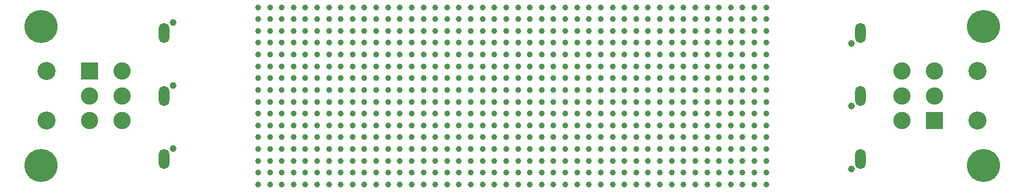
<source format=gbr>
%TF.GenerationSoftware,KiCad,Pcbnew,8.0.2*%
%TF.CreationDate,2024-05-21T15:52:10+02:00*%
%TF.ProjectId,HYDRA_VMM3_Adapter,48594452-415f-4564-9d4d-335f41646170,0*%
%TF.SameCoordinates,Original*%
%TF.FileFunction,Soldermask,Top*%
%TF.FilePolarity,Negative*%
%FSLAX46Y46*%
G04 Gerber Fmt 4.6, Leading zero omitted, Abs format (unit mm)*
G04 Created by KiCad (PCBNEW 8.0.2) date 2024-05-21 15:52:10*
%MOMM*%
%LPD*%
G01*
G04 APERTURE LIST*
G04 Aperture macros list*
%AMRoundRect*
0 Rectangle with rounded corners*
0 $1 Rounding radius*
0 $2 $3 $4 $5 $6 $7 $8 $9 X,Y pos of 4 corners*
0 Add a 4 corners polygon primitive as box body*
4,1,4,$2,$3,$4,$5,$6,$7,$8,$9,$2,$3,0*
0 Add four circle primitives for the rounded corners*
1,1,$1+$1,$2,$3*
1,1,$1+$1,$4,$5*
1,1,$1+$1,$6,$7*
1,1,$1+$1,$8,$9*
0 Add four rect primitives between the rounded corners*
20,1,$1+$1,$2,$3,$4,$5,0*
20,1,$1+$1,$4,$5,$6,$7,0*
20,1,$1+$1,$6,$7,$8,$9,0*
20,1,$1+$1,$8,$9,$2,$3,0*%
G04 Aperture macros list end*
%ADD10C,5.600000*%
%ADD11C,1.000000*%
%ADD12C,1.150000*%
%ADD13O,1.804000X3.404000*%
%ADD14C,3.050000*%
%ADD15RoundRect,0.076200X1.387500X-1.387500X1.387500X1.387500X-1.387500X1.387500X-1.387500X-1.387500X0*%
%ADD16C,2.927400*%
%ADD17RoundRect,0.076200X-1.387500X1.387500X-1.387500X-1.387500X1.387500X-1.387500X1.387500X1.387500X0*%
G04 APERTURE END LIST*
D10*
%TO.C,J10*%
X26925000Y-54520000D03*
%TD*%
%TO.C,J7*%
X26925000Y-78020000D03*
%TD*%
%TO.C,J8*%
X186425000Y-78020000D03*
%TD*%
D11*
%TO.C,U1*%
X63675000Y-51270000D03*
X63675000Y-53270000D03*
X63675000Y-55270000D03*
X63675000Y-57270000D03*
X63675000Y-59270000D03*
X63675000Y-61270000D03*
X63675000Y-63270000D03*
X63675000Y-65270000D03*
X63675000Y-67270000D03*
X63675000Y-69270000D03*
X63675000Y-71270000D03*
X63675000Y-73270000D03*
X63675000Y-75270000D03*
X63675000Y-77270000D03*
X63675000Y-79270000D03*
X63675000Y-81270000D03*
X65675000Y-51270000D03*
X65675000Y-53270000D03*
X65675000Y-55270000D03*
X65675000Y-57270000D03*
X65675000Y-59270000D03*
X65675000Y-61270000D03*
X65675000Y-63270000D03*
X65675000Y-65270000D03*
X65675000Y-67270000D03*
X65675000Y-69270000D03*
X65675000Y-71270000D03*
X65675000Y-73270000D03*
X65675000Y-75270000D03*
X65675000Y-77270000D03*
X65675000Y-79270000D03*
X65675000Y-81270000D03*
X67675000Y-51270000D03*
X67675000Y-53270000D03*
X67675000Y-55270000D03*
X67675000Y-57270000D03*
X67675000Y-59270000D03*
X67675000Y-61270000D03*
X67675000Y-63270000D03*
X67675000Y-65270000D03*
X67675000Y-67270000D03*
X67675000Y-69270000D03*
X67675000Y-71270000D03*
X67675000Y-73270000D03*
X67675000Y-75270000D03*
X67675000Y-77270000D03*
X67675000Y-79270000D03*
X67675000Y-81270000D03*
X69675000Y-51270000D03*
X69675000Y-53270000D03*
X69675000Y-55270000D03*
X69675000Y-57270000D03*
X69675000Y-59270000D03*
X69675000Y-61270000D03*
X69675000Y-63270000D03*
X69675000Y-65270000D03*
X69675000Y-67270000D03*
X69675000Y-69270000D03*
X69675000Y-71270000D03*
X69675000Y-73270000D03*
X69675000Y-75270000D03*
X69675000Y-77270000D03*
X69675000Y-79270000D03*
X69675000Y-81270000D03*
X71675000Y-51270000D03*
X71675000Y-53270000D03*
X71675000Y-55270000D03*
X71675000Y-57270000D03*
X71675000Y-59270000D03*
X71675000Y-61270000D03*
X71675000Y-63270000D03*
X71675000Y-65270000D03*
X71675000Y-67270000D03*
X71675000Y-69270000D03*
X71675000Y-71270000D03*
X71675000Y-73270000D03*
X71675000Y-75270000D03*
X71675000Y-77270000D03*
X71675000Y-79270000D03*
X71675000Y-81270000D03*
X73675000Y-51270000D03*
X73675000Y-53270000D03*
X73675000Y-55270000D03*
X73675000Y-57270000D03*
X73675000Y-59270000D03*
X73675000Y-61270000D03*
X73675000Y-63270000D03*
X73675000Y-65270000D03*
X73675000Y-67270000D03*
X73675000Y-69270000D03*
X73675000Y-71270000D03*
X73675000Y-73270000D03*
X73675000Y-75270000D03*
X73675000Y-77270000D03*
X73675000Y-79270000D03*
X73675000Y-81270000D03*
X75675000Y-51270000D03*
X75675000Y-53270000D03*
X75675000Y-55270000D03*
X75675000Y-57270000D03*
X75675000Y-59270000D03*
X75675000Y-61270000D03*
X75675000Y-63270000D03*
X75675000Y-65270000D03*
X75675000Y-67270000D03*
X75675000Y-69270000D03*
X75675000Y-71270000D03*
X75675000Y-73270000D03*
X75675000Y-75270000D03*
X75675000Y-77270000D03*
X75675000Y-79270000D03*
X75675000Y-81270000D03*
X77675000Y-51270000D03*
X77675000Y-53270000D03*
X77675000Y-55270000D03*
X77675000Y-57270000D03*
X77675000Y-59270000D03*
X77675000Y-61270000D03*
X77675000Y-63270000D03*
X77675000Y-65270000D03*
X77675000Y-67270000D03*
X77675000Y-69270000D03*
X77675000Y-71270000D03*
X77675000Y-73270000D03*
X77675000Y-75270000D03*
X77675000Y-77270000D03*
X77675000Y-79270000D03*
X77675000Y-81270000D03*
X79675000Y-51270000D03*
X79675000Y-53270000D03*
X79675000Y-55270000D03*
X79675000Y-57270000D03*
X79675000Y-59270000D03*
X79675000Y-61270000D03*
X79675000Y-63270000D03*
X79675000Y-65270000D03*
X79675000Y-67270000D03*
X79675000Y-69270000D03*
X79675000Y-71270000D03*
X79675000Y-73270000D03*
X79675000Y-75270000D03*
X79675000Y-77270000D03*
X79675000Y-79270000D03*
X79675000Y-81270000D03*
X81675000Y-51270000D03*
X81675000Y-53270000D03*
X81675000Y-55270000D03*
X81675000Y-57270000D03*
X81675000Y-59270000D03*
X81675000Y-61270000D03*
X81675000Y-63270000D03*
X81675000Y-65270000D03*
X81675000Y-67270000D03*
X81675000Y-69270000D03*
X81675000Y-71270000D03*
X81675000Y-73270000D03*
X81675000Y-75270000D03*
X81675000Y-77270000D03*
X81675000Y-79270000D03*
X81675000Y-81270000D03*
X83675000Y-51270000D03*
X83675000Y-53270000D03*
X83675000Y-55270000D03*
X83675000Y-57270000D03*
X83675000Y-59270000D03*
X83675000Y-61270000D03*
X83675000Y-63270000D03*
X83675000Y-65270000D03*
X83675000Y-67270000D03*
X83675000Y-69270000D03*
X83675000Y-71270000D03*
X83675000Y-73270000D03*
X83675000Y-75270000D03*
X83675000Y-77270000D03*
X83675000Y-79270000D03*
X83675000Y-81270000D03*
X85675000Y-51270000D03*
X85675000Y-53270000D03*
X85675000Y-55270000D03*
X85675000Y-57270000D03*
X85675000Y-59270000D03*
X85675000Y-61270000D03*
X85675000Y-63270000D03*
X85675000Y-65270000D03*
X85675000Y-67270000D03*
X85675000Y-69270000D03*
X85675000Y-71270000D03*
X85675000Y-73270000D03*
X85675000Y-75270000D03*
X85675000Y-77270000D03*
X85675000Y-79270000D03*
X85675000Y-81270000D03*
X87675000Y-51270000D03*
X87675000Y-53270000D03*
X87675000Y-55270000D03*
X87675000Y-57270000D03*
X87675000Y-59270000D03*
X87675000Y-61270000D03*
X87675000Y-63270000D03*
X87675000Y-65270000D03*
X87675000Y-67270000D03*
X87675000Y-69270000D03*
X87675000Y-71270000D03*
X87675000Y-73270000D03*
X87675000Y-75270000D03*
X87675000Y-77270000D03*
X87675000Y-79270000D03*
X87675000Y-81270000D03*
X89675000Y-51270000D03*
X89675000Y-53270000D03*
X89675000Y-55270000D03*
X89675000Y-57270000D03*
X89675000Y-59270000D03*
X89675000Y-61270000D03*
X89675000Y-63270000D03*
X89675000Y-65270000D03*
X89675000Y-67270000D03*
X89675000Y-69270000D03*
X89675000Y-71270000D03*
X89675000Y-73270000D03*
X89675000Y-75270000D03*
X89675000Y-77270000D03*
X89675000Y-79270000D03*
X89675000Y-81270000D03*
X91675000Y-51270000D03*
X91675000Y-53270000D03*
X91675000Y-55270000D03*
X91675000Y-57270000D03*
X91675000Y-59270000D03*
X91675000Y-61270000D03*
X91675000Y-63270000D03*
X91675000Y-65270000D03*
X91675000Y-67270000D03*
X91675000Y-69270000D03*
X91675000Y-71270000D03*
X91675000Y-73270000D03*
X91675000Y-75270000D03*
X91675000Y-77270000D03*
X91675000Y-79270000D03*
X91675000Y-81270000D03*
X93675000Y-51270000D03*
X93675000Y-53270000D03*
X93675000Y-55270000D03*
X93675000Y-57270000D03*
X93675000Y-59270000D03*
X93675000Y-61270000D03*
X93675000Y-63270000D03*
X93675000Y-65270000D03*
X93675000Y-67270000D03*
X93675000Y-69270000D03*
X93675000Y-71270000D03*
X93675000Y-73270000D03*
X93675000Y-75270000D03*
X93675000Y-77270000D03*
X93675000Y-79270000D03*
X93675000Y-81270000D03*
X95675000Y-51270000D03*
X95675000Y-53270000D03*
X95675000Y-55270000D03*
X95675000Y-57270000D03*
X95675000Y-59270000D03*
X95675000Y-61270000D03*
X95675000Y-63270000D03*
X95675000Y-65270000D03*
X95675000Y-67270000D03*
X95675000Y-69270000D03*
X95675000Y-71270000D03*
X95675000Y-73270000D03*
X95675000Y-75270000D03*
X95675000Y-77270000D03*
X95675000Y-79270000D03*
X95675000Y-81270000D03*
X97675000Y-51270000D03*
X97675000Y-53270000D03*
X97675000Y-55270000D03*
X97675000Y-57270000D03*
X97675000Y-59270000D03*
X97675000Y-61270000D03*
X97675000Y-63270000D03*
X97675000Y-65270000D03*
X97675000Y-67270000D03*
X97675000Y-69270000D03*
X97675000Y-71270000D03*
X97675000Y-73270000D03*
X97675000Y-75270000D03*
X97675000Y-77270000D03*
X97675000Y-79270000D03*
X97675000Y-81270000D03*
X99675000Y-51270000D03*
X99675000Y-53270000D03*
X99675000Y-55270000D03*
X99675000Y-57270000D03*
X99675000Y-59270000D03*
X99675000Y-61270000D03*
X99675000Y-63270000D03*
X99675000Y-65270000D03*
X99675000Y-67270000D03*
X99675000Y-69270000D03*
X99675000Y-71270000D03*
X99675000Y-73270000D03*
X99675000Y-75270000D03*
X99675000Y-77270000D03*
X99675000Y-79270000D03*
X99675000Y-81270000D03*
X101675000Y-51270000D03*
X101675000Y-53270000D03*
X101675000Y-55270000D03*
X101675000Y-57270000D03*
X101675000Y-59270000D03*
X101675000Y-61270000D03*
X101675000Y-63270000D03*
X101675000Y-65270000D03*
X101675000Y-67270000D03*
X101675000Y-69270000D03*
X101675000Y-71270000D03*
X101675000Y-73270000D03*
X101675000Y-75270000D03*
X101675000Y-77270000D03*
X101675000Y-79270000D03*
X101675000Y-81270000D03*
X103675000Y-51270000D03*
X103675000Y-53270000D03*
X103675000Y-55270000D03*
X103675000Y-57270000D03*
X103675000Y-59270000D03*
X103675000Y-61270000D03*
X103675000Y-63270000D03*
X103675000Y-65270000D03*
X103675000Y-67270000D03*
X103675000Y-69270000D03*
X103675000Y-71270000D03*
X103675000Y-73270000D03*
X103675000Y-75270000D03*
X103675000Y-77270000D03*
X103675000Y-79270000D03*
X103675000Y-81270000D03*
X105675000Y-51270000D03*
X105675000Y-53270000D03*
X105675000Y-55270000D03*
X105675000Y-57270000D03*
X105675000Y-59270000D03*
X105675000Y-61270000D03*
X105675000Y-63270000D03*
X105675000Y-65270000D03*
X105675000Y-67270000D03*
X105675000Y-69270000D03*
X105675000Y-71270000D03*
X105675000Y-73270000D03*
X105675000Y-75270000D03*
X105675000Y-77270000D03*
X105675000Y-79270000D03*
X105675000Y-81270000D03*
X107675000Y-51270000D03*
X107675000Y-53270000D03*
X107675000Y-55270000D03*
X107675000Y-57270000D03*
X107675000Y-59270000D03*
X107675000Y-61270000D03*
X107675000Y-63270000D03*
X107675000Y-65270000D03*
X107675000Y-67270000D03*
X107675000Y-69270000D03*
X107675000Y-71270000D03*
X107675000Y-73270000D03*
X107675000Y-75270000D03*
X107675000Y-77270000D03*
X107675000Y-79270000D03*
X107675000Y-81270000D03*
X109675000Y-51270000D03*
X109675000Y-53270000D03*
X109675000Y-55270000D03*
X109675000Y-57270000D03*
X109675000Y-59270000D03*
X109675000Y-61270000D03*
X109675000Y-63270000D03*
X109675000Y-65270000D03*
X109675000Y-67270000D03*
X109675000Y-69270000D03*
X109675000Y-71270000D03*
X109675000Y-73270000D03*
X109675000Y-75270000D03*
X109675000Y-77270000D03*
X109675000Y-79270000D03*
X109675000Y-81270000D03*
X111675000Y-51270000D03*
X111675000Y-53270000D03*
X111675000Y-55270000D03*
X111675000Y-57270000D03*
X111675000Y-59270000D03*
X111675000Y-61270000D03*
X111675000Y-63270000D03*
X111675000Y-65270000D03*
X111675000Y-67270000D03*
X111675000Y-69270000D03*
X111675000Y-71270000D03*
X111675000Y-73270000D03*
X111675000Y-75270000D03*
X111675000Y-77270000D03*
X111675000Y-79270000D03*
X111675000Y-81270000D03*
X113675000Y-51270000D03*
X113675000Y-53270000D03*
X113675000Y-55270000D03*
X113675000Y-57270000D03*
X113675000Y-59270000D03*
X113675000Y-61270000D03*
X113675000Y-63270000D03*
X113675000Y-65270000D03*
X113675000Y-67270000D03*
X113675000Y-69270000D03*
X113675000Y-71270000D03*
X113675000Y-73270000D03*
X113675000Y-75270000D03*
X113675000Y-77270000D03*
X113675000Y-79270000D03*
X113675000Y-81270000D03*
X115675000Y-51270000D03*
X115675000Y-53270000D03*
X115675000Y-55270000D03*
X115675000Y-57270000D03*
X115675000Y-59270000D03*
X115675000Y-61270000D03*
X115675000Y-63270000D03*
X115675000Y-65270000D03*
X115675000Y-67270000D03*
X115675000Y-69270000D03*
X115675000Y-71270000D03*
X115675000Y-73270000D03*
X115675000Y-75270000D03*
X115675000Y-77270000D03*
X115675000Y-79270000D03*
X115675000Y-81270000D03*
X117675000Y-51270000D03*
X117675000Y-53270000D03*
X117675000Y-55270000D03*
X117675000Y-57270000D03*
X117675000Y-59270000D03*
X117675000Y-61270000D03*
X117675000Y-63270000D03*
X117675000Y-65270000D03*
X117675000Y-67270000D03*
X117675000Y-69270000D03*
X117675000Y-71270000D03*
X117675000Y-73270000D03*
X117675000Y-75270000D03*
X117675000Y-77270000D03*
X117675000Y-79270000D03*
X117675000Y-81270000D03*
X119675000Y-51270000D03*
X119675000Y-53270000D03*
X119675000Y-55270000D03*
X119675000Y-57270000D03*
X119675000Y-59270000D03*
X119675000Y-61270000D03*
X119675000Y-63270000D03*
X119675000Y-65270000D03*
X119675000Y-67270000D03*
X119675000Y-69270000D03*
X119675000Y-71270000D03*
X119675000Y-73270000D03*
X119675000Y-75270000D03*
X119675000Y-77270000D03*
X119675000Y-79270000D03*
X119675000Y-81270000D03*
X121675000Y-51270000D03*
X121675000Y-53270000D03*
X121675000Y-55270000D03*
X121675000Y-57270000D03*
X121675000Y-59270000D03*
X121675000Y-61270000D03*
X121675000Y-63270000D03*
X121675000Y-65270000D03*
X121675000Y-67270000D03*
X121675000Y-69270000D03*
X121675000Y-71270000D03*
X121675000Y-73270000D03*
X121675000Y-75270000D03*
X121675000Y-77270000D03*
X121675000Y-79270000D03*
X121675000Y-81270000D03*
X123675000Y-51270000D03*
X123675000Y-53270000D03*
X123675000Y-55270000D03*
X123675000Y-57270000D03*
X123675000Y-59270000D03*
X123675000Y-61270000D03*
X123675000Y-63270000D03*
X123675000Y-65270000D03*
X123675000Y-67270000D03*
X123675000Y-69270000D03*
X123675000Y-71270000D03*
X123675000Y-73270000D03*
X123675000Y-75270000D03*
X123675000Y-77270000D03*
X123675000Y-79270000D03*
X123675000Y-81270000D03*
X125675000Y-51270000D03*
X125675000Y-53270000D03*
X125675000Y-55270000D03*
X125675000Y-57270000D03*
X125675000Y-59270000D03*
X125675000Y-61270000D03*
X125675000Y-63270000D03*
X125675000Y-65270000D03*
X125675000Y-67270000D03*
X125675000Y-69270000D03*
X125675000Y-71270000D03*
X125675000Y-73270000D03*
X125675000Y-75270000D03*
X125675000Y-77270000D03*
X125675000Y-79270000D03*
X125675000Y-81270000D03*
X127675000Y-51270000D03*
X127675000Y-53270000D03*
X127675000Y-55270000D03*
X127675000Y-57270000D03*
X127675000Y-59270000D03*
X127675000Y-61270000D03*
X127675000Y-63270000D03*
X127675000Y-65270000D03*
X127675000Y-67270000D03*
X127675000Y-69270000D03*
X127675000Y-71270000D03*
X127675000Y-73270000D03*
X127675000Y-75270000D03*
X127675000Y-77270000D03*
X127675000Y-79270000D03*
X127675000Y-81270000D03*
X129675000Y-51270000D03*
X129675000Y-53270000D03*
X129675000Y-55270000D03*
X129675000Y-57270000D03*
X129675000Y-59270000D03*
X129675000Y-61270000D03*
X129675000Y-63270000D03*
X129675000Y-65270000D03*
X129675000Y-67270000D03*
X129675000Y-69270000D03*
X129675000Y-71270000D03*
X129675000Y-73270000D03*
X129675000Y-75270000D03*
X129675000Y-77270000D03*
X129675000Y-79270000D03*
X129675000Y-81270000D03*
X131675000Y-51270000D03*
X131675000Y-53270000D03*
X131675000Y-55270000D03*
X131675000Y-57270000D03*
X131675000Y-59270000D03*
X131675000Y-61270000D03*
X131675000Y-63270000D03*
X131675000Y-65270000D03*
X131675000Y-67270000D03*
X131675000Y-69270000D03*
X131675000Y-71270000D03*
X131675000Y-73270000D03*
X131675000Y-75270000D03*
X131675000Y-77270000D03*
X131675000Y-79270000D03*
X131675000Y-81270000D03*
X133675000Y-51270000D03*
X133675000Y-53270000D03*
X133675000Y-55270000D03*
X133675000Y-57270000D03*
X133675000Y-59270000D03*
X133675000Y-61270000D03*
X133675000Y-63270000D03*
X133675000Y-65270000D03*
X133675000Y-67270000D03*
X133675000Y-69270000D03*
X133675000Y-71270000D03*
X133675000Y-73270000D03*
X133675000Y-75270000D03*
X133675000Y-77270000D03*
X133675000Y-79270000D03*
X133675000Y-81270000D03*
X135675000Y-51270000D03*
X135675000Y-53270000D03*
X135675000Y-55270000D03*
X135675000Y-57270000D03*
X135675000Y-59270000D03*
X135675000Y-61270000D03*
X135675000Y-63270000D03*
X135675000Y-65270000D03*
X135675000Y-67270000D03*
X135675000Y-69270000D03*
X135675000Y-71270000D03*
X135675000Y-73270000D03*
X135675000Y-75270000D03*
X135675000Y-77270000D03*
X135675000Y-79270000D03*
X135675000Y-81270000D03*
X137675000Y-51270000D03*
X137675000Y-53270000D03*
X137675000Y-55270000D03*
X137675000Y-57270000D03*
X137675000Y-59270000D03*
X137675000Y-61270000D03*
X137675000Y-63270000D03*
X137675000Y-65270000D03*
X137675000Y-67270000D03*
X137675000Y-69270000D03*
X137675000Y-71270000D03*
X137675000Y-73270000D03*
X137675000Y-75270000D03*
X137675000Y-77270000D03*
X137675000Y-79270000D03*
X137675000Y-81270000D03*
X139675000Y-51270000D03*
X139675000Y-53270000D03*
X139675000Y-55270000D03*
X139675000Y-57270000D03*
X139675000Y-59270000D03*
X139675000Y-61270000D03*
X139675000Y-63270000D03*
X139675000Y-65270000D03*
X139675000Y-67270000D03*
X139675000Y-69270000D03*
X139675000Y-71270000D03*
X139675000Y-73270000D03*
X139675000Y-75270000D03*
X139675000Y-77270000D03*
X139675000Y-79270000D03*
X139675000Y-81270000D03*
X141675000Y-51270000D03*
X141675000Y-53270000D03*
X141675000Y-55270000D03*
X141675000Y-57270000D03*
X141675000Y-59270000D03*
X141675000Y-61270000D03*
X141675000Y-63270000D03*
X141675000Y-65270000D03*
X141675000Y-67270000D03*
X141675000Y-69270000D03*
X141675000Y-71270000D03*
X141675000Y-73270000D03*
X141675000Y-75270000D03*
X141675000Y-77270000D03*
X141675000Y-79270000D03*
X141675000Y-81270000D03*
X143675000Y-51270000D03*
X143675000Y-53270000D03*
X143675000Y-55270000D03*
X143675000Y-57270000D03*
X143675000Y-59270000D03*
X143675000Y-61270000D03*
X143675000Y-63270000D03*
X143675000Y-65270000D03*
X143675000Y-67270000D03*
X143675000Y-69270000D03*
X143675000Y-71270000D03*
X143675000Y-73270000D03*
X143675000Y-75270000D03*
X143675000Y-77270000D03*
X143675000Y-79270000D03*
X143675000Y-81270000D03*
X145675000Y-51270000D03*
X145675000Y-53270000D03*
X145675000Y-55270000D03*
X145675000Y-57270000D03*
X145675000Y-59270000D03*
X145675000Y-61270000D03*
X145675000Y-63270000D03*
X145675000Y-65270000D03*
X145675000Y-67270000D03*
X145675000Y-69270000D03*
X145675000Y-71270000D03*
X145675000Y-73270000D03*
X145675000Y-75270000D03*
X145675000Y-77270000D03*
X145675000Y-79270000D03*
X145675000Y-81270000D03*
X147675000Y-51270000D03*
X147675000Y-53270000D03*
X147675000Y-55270000D03*
X147675000Y-57270000D03*
X147675000Y-59270000D03*
X147675000Y-61270000D03*
X147675000Y-63270000D03*
X147675000Y-65270000D03*
X147675000Y-67270000D03*
X147675000Y-69270000D03*
X147675000Y-71270000D03*
X147675000Y-73270000D03*
X147675000Y-75270000D03*
X147675000Y-77270000D03*
X147675000Y-79270000D03*
X147675000Y-81270000D03*
X149675000Y-51270000D03*
X149675000Y-53270000D03*
X149675000Y-55270000D03*
X149675000Y-57270000D03*
X149675000Y-59270000D03*
X149675000Y-61270000D03*
X149675000Y-63270000D03*
X149675000Y-65270000D03*
X149675000Y-67270000D03*
X149675000Y-69270000D03*
X149675000Y-71270000D03*
X149675000Y-73270000D03*
X149675000Y-75270000D03*
X149675000Y-77270000D03*
X149675000Y-79270000D03*
X149675000Y-81270000D03*
%TD*%
D10*
%TO.C,J9*%
X186425000Y-54520000D03*
%TD*%
D12*
%TO.C,J1*%
X164060000Y-57360000D03*
D13*
X165610000Y-55610000D03*
%TD*%
D12*
%TO.C,J6*%
X49290000Y-75180000D03*
D13*
X47740000Y-76930000D03*
%TD*%
D14*
%TO.C,Input_A1*%
X27875000Y-70470000D03*
X27875000Y-62070000D03*
D15*
X35175000Y-62070000D03*
D16*
X35175000Y-66270000D03*
X35175000Y-70470000D03*
X40675000Y-62070000D03*
X40675000Y-66270000D03*
X40675000Y-70470000D03*
%TD*%
D14*
%TO.C,Input_B1*%
X185475000Y-62070000D03*
X185475000Y-70470000D03*
D17*
X178175000Y-70470000D03*
D16*
X178175000Y-66270000D03*
X178175000Y-62070000D03*
X172675000Y-70470000D03*
X172675000Y-66270000D03*
X172675000Y-62070000D03*
%TD*%
D12*
%TO.C,J2*%
X164060000Y-68020000D03*
D13*
X165610000Y-66270000D03*
%TD*%
D12*
%TO.C,J4*%
X49290000Y-53860000D03*
D13*
X47740000Y-55610000D03*
%TD*%
D12*
%TO.C,J3*%
X164060000Y-78680000D03*
D13*
X165610000Y-76930000D03*
%TD*%
D12*
%TO.C,J5*%
X49290000Y-64520000D03*
D13*
X47740000Y-66270000D03*
%TD*%
M02*

</source>
